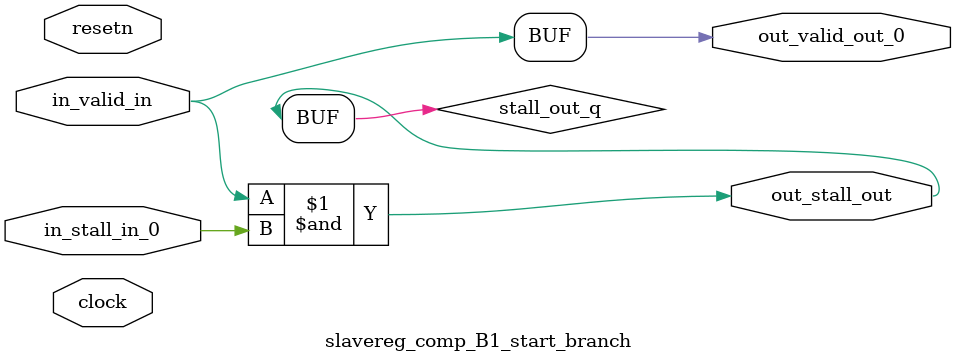
<source format=sv>



(* altera_attribute = "-name AUTO_SHIFT_REGISTER_RECOGNITION OFF; -name MESSAGE_DISABLE 10036; -name MESSAGE_DISABLE 10037; -name MESSAGE_DISABLE 14130; -name MESSAGE_DISABLE 14320; -name MESSAGE_DISABLE 15400; -name MESSAGE_DISABLE 14130; -name MESSAGE_DISABLE 10036; -name MESSAGE_DISABLE 12020; -name MESSAGE_DISABLE 12030; -name MESSAGE_DISABLE 12010; -name MESSAGE_DISABLE 12110; -name MESSAGE_DISABLE 14320; -name MESSAGE_DISABLE 13410; -name MESSAGE_DISABLE 113007; -name MESSAGE_DISABLE 10958" *)
module slavereg_comp_B1_start_branch (
    input wire [0:0] in_stall_in_0,
    input wire [0:0] in_valid_in,
    output wire [0:0] out_stall_out,
    output wire [0:0] out_valid_out_0,
    input wire clock,
    input wire resetn
    );

    wire [0:0] stall_out_q;


    // stall_out(LOGICAL,6)
    assign stall_out_q = in_valid_in & in_stall_in_0;

    // out_stall_out(GPOUT,4)
    assign out_stall_out = stall_out_q;

    // out_valid_out_0(GPOUT,5)
    assign out_valid_out_0 = in_valid_in;

endmodule

</source>
